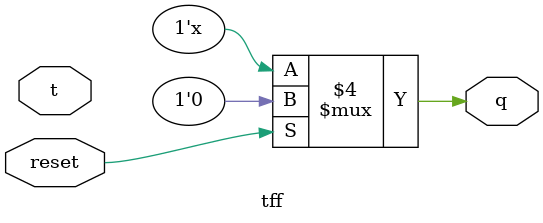
<source format=v>
module tff(t, reset, q);
	input t, reset;
	output q;
	
	reg q;

	always @(t) begin
		if (reset)
			q<=0;
		else
			q<=!q;
	end
endmodule

</source>
